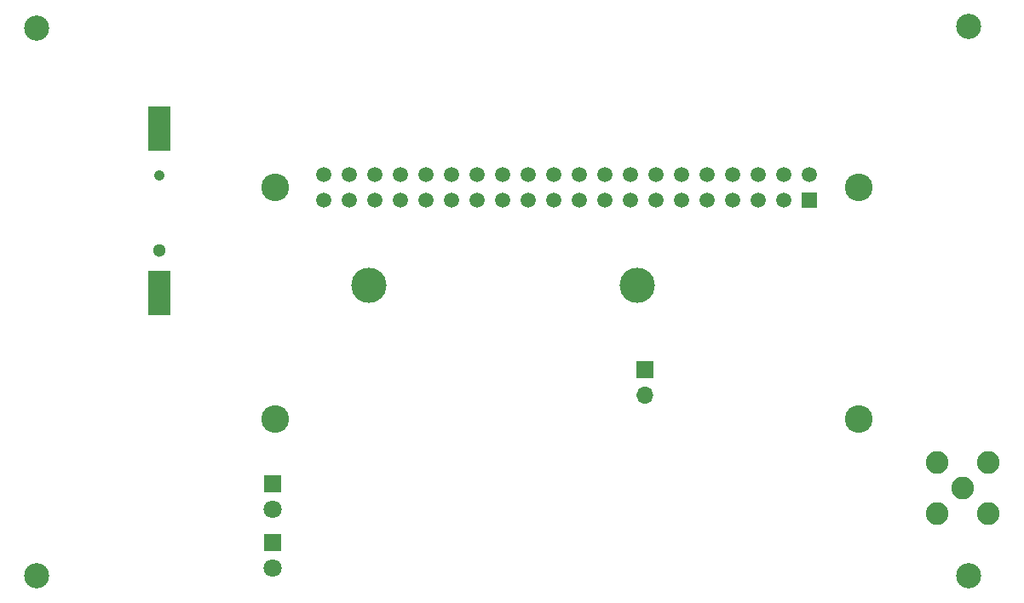
<source format=gbs>
G04 #@! TF.GenerationSoftware,KiCad,Pcbnew,(6.0.7-1)-1*
G04 #@! TF.CreationDate,2023-01-09T19:50:39-06:00*
G04 #@! TF.ProjectId,Neutro_v1,4e657574-726f-45f7-9631-2e6b69636164,v1*
G04 #@! TF.SameCoordinates,Original*
G04 #@! TF.FileFunction,Soldermask,Bot*
G04 #@! TF.FilePolarity,Negative*
%FSLAX46Y46*%
G04 Gerber Fmt 4.6, Leading zero omitted, Abs format (unit mm)*
G04 Created by KiCad (PCBNEW (6.0.7-1)-1) date 2023-01-09 19:50:39*
%MOMM*%
%LPD*%
G01*
G04 APERTURE LIST*
%ADD10C,2.500000*%
%ADD11C,2.250000*%
%ADD12R,1.800000X1.800000*%
%ADD13C,1.800000*%
%ADD14C,2.750000*%
%ADD15R,1.508000X1.508000*%
%ADD16C,1.508000*%
%ADD17C,1.300000*%
%ADD18C,1.050000*%
%ADD19R,2.300000X4.500000*%
%ADD20C,3.500000*%
%ADD21R,1.700000X1.700000*%
%ADD22O,1.700000X1.700000*%
G04 APERTURE END LIST*
D10*
X198700000Y-74400000D03*
D11*
X198120000Y-120269000D03*
X200660000Y-117729000D03*
X200660000Y-122809000D03*
X195580000Y-122809000D03*
X195580000Y-117729000D03*
D10*
X106100000Y-129000000D03*
X198700000Y-129000000D03*
X106100000Y-74500000D03*
D12*
X129500000Y-119825000D03*
D13*
X129500000Y-122365000D03*
D12*
X129500000Y-125625000D03*
D13*
X129500000Y-128165000D03*
D14*
X187750000Y-113358000D03*
X187750000Y-90358000D03*
X129750000Y-113358000D03*
X129750000Y-90358000D03*
D15*
X182880000Y-91628000D03*
D16*
X182880000Y-89088000D03*
X180340000Y-91628000D03*
X180340000Y-89088000D03*
X177800000Y-91628000D03*
X177800000Y-89088000D03*
X175260000Y-91628000D03*
X175260000Y-89088000D03*
X172720000Y-91628000D03*
X172720000Y-89088000D03*
X170180000Y-91628000D03*
X170180000Y-89088000D03*
X167640000Y-91628000D03*
X167640000Y-89088000D03*
X165100000Y-91628000D03*
X165100000Y-89088000D03*
X162560000Y-91628000D03*
X162560000Y-89088000D03*
X160020000Y-91628000D03*
X160020000Y-89088000D03*
X157480000Y-91628000D03*
X157480000Y-89088000D03*
X154940000Y-91628000D03*
X154940000Y-89088000D03*
X152400000Y-91628000D03*
X152400000Y-89088000D03*
X149860000Y-91628000D03*
X149860000Y-89088000D03*
X147320000Y-91628000D03*
X147320000Y-89088000D03*
X144780000Y-91628000D03*
X144780000Y-89088000D03*
X142240000Y-91628000D03*
X142240000Y-89088000D03*
X139700000Y-91628000D03*
X139700000Y-89088000D03*
X137160000Y-91628000D03*
X137160000Y-89088000D03*
X134620000Y-91628000D03*
X134620000Y-89088000D03*
D17*
X118237000Y-96637099D03*
D18*
X118237000Y-89187099D03*
D19*
X118237000Y-84487099D03*
X118237000Y-100887099D03*
D20*
X165735000Y-100076000D03*
X139065000Y-100076000D03*
D21*
X166497000Y-108458000D03*
D22*
X166497000Y-110998000D03*
M02*

</source>
